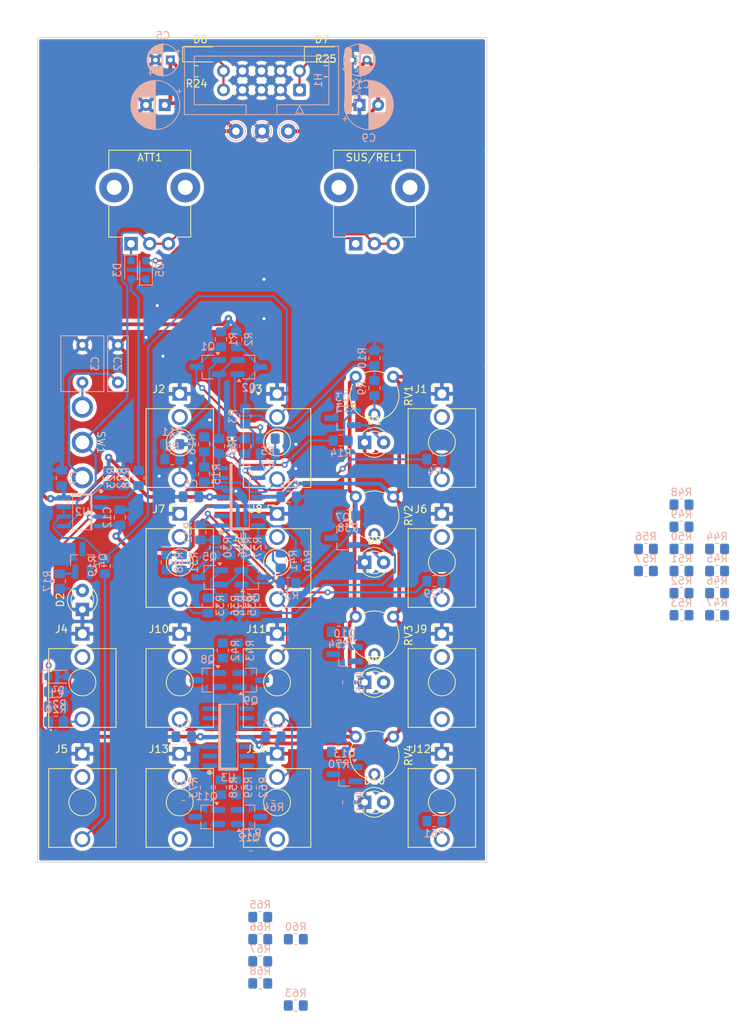
<source format=kicad_pcb>
(kicad_pcb (version 20240108) (generator "pcbnew") (generator_version "8.0")
  (title_block (date "2024-12-01"))
  (layers (0 "F.Cu" signal) (31 "B.Cu" signal) (34 "B.Paste" user) (35 "F.Paste" user) (36 "B.SilkS" user "B.Silkscreen") (37 "F.SilkS" user "F.Silkscreen") (38 "B.Mask" user) (39 "F.Mask" user) (44 "Edge.Cuts" user))
  (net 0 "")
  (net 1 "+12V")
  (net 2 "GNDREF")
  (net 3 "-12V")
  (net 4 "Net-(D3-K)")
  (net 5 "Net-(SW1-B)")
  (net 6 "Net-(D2-A)")
  (net 7 "Net-(D4-K)")
  (net 8 "Net-(J1-PadT)")
  (net 9 "Net-(D1-A)")
  (net 10 "Net-(J2-PadT)")
  (net 11 "Net-(C1-Pad1)")
  (net 12 "Net-(SW1-C)")
  (net 13 "Net-(Q1-E)")
  (net 14 "Net-(Q1-B)")
  (net 15 "Net-(Q1-C)")
  (net 16 "Net-(Q3-C)")
  (net 17 "Net-(Q3-B)")
  (net 18 "Net-(SW1-A)")
  (net 19 "Net-(D3-A)")
  (net 20 "Net-(U1A-+)")
  (net 21 "Net-(D5-A)")
  (net 22 "Net-(D6-K)")
  (net 23 "Net-(D6-A)")
  (net 24 "Net-(D7-A)")
  (net 25 "Net-(D7-K)")
  (net 28 "Net-(D8-A)")
  (net 29 "Net-(D9-A)")
  (net 30 "Net-(D10-A)")
  (net 31 "/vca-1/VCA_CV_OUT")
  (net 32 "/Envelope Generator/EG_OUT")
  (net 34 "Net-(U1A--)")
  (net 35 "Net-(U1B--)")
  (net 36 "Net-(J5-PadT)")
  (net 39 "Net-(J6-PadT)")
  (net 40 "Net-(J7-PadT)")
  (net 42 "/vca-2/VCA_CV_OUT")
  (net 44 "Net-(J9-PadT)")
  (net 46 "Net-(J10-PadT)")
  (net 47 "/vca-3/VCA_CV_OUT")
  (net 49 "Net-(J12-PadT)")
  (net 50 "Net-(J13-PadT)")
  (net 52 "/vca-4/VCA_CV_OUT")
  (net 53 "Net-(Q2-B)")
  (net 54 "Net-(Q2-C)")
  (net 55 "Net-(Q4-E)")
  (net 56 "Net-(Q5-C)")
  (net 57 "Net-(Q5-E)")
  (net 58 "Net-(Q5-B)")
  (net 59 "Net-(Q6-C)")
  (net 60 "Net-(Q6-B)")
  (net 61 "Net-(Q7-C)")
  (net 62 "Net-(Q7-B)")
  (net 63 "Net-(Q8-C)")
  (net 64 "Net-(Q8-B)")
  (net 65 "Net-(Q8-E)")
  (net 66 "Net-(Q9-B)")
  (net 67 "Net-(Q9-C)")
  (net 68 "Net-(Q10-C)")
  (net 69 "Net-(Q10-B)")
  (net 70 "Net-(Q11-C)")
  (net 71 "Net-(Q11-B)")
  (net 72 "Net-(Q11-E)")
  (net 73 "Net-(Q12-B)")
  (net 74 "Net-(Q12-C)")
  (net 75 "Net-(Q13-C)")
  (net 76 "Net-(Q13-B)")
  (net 77 "Net-(R4-Pad1)")
  (net 78 "Net-(R9-Pad2)")
  (net 79 "Net-(R12-Pad1)")
  (net 80 "Net-(R18-Pad2)")
  (net 81 "Net-(U2A--)")
  (net 82 "Net-(U1C-+)")
  (net 83 "Net-(R29-Pad1)")
  (net 84 "Net-(U1D--)")
  (net 85 "Net-(R34-Pad2)")
  (net 86 "Net-(R37-Pad1)")
  (net 87 "Net-(U1C--)")
  (net 88 "Net-(U3C-+)")
  (net 89 "Net-(R45-Pad1)")
  (net 90 "Net-(R50-Pad2)")
  (net 91 "Net-(R53-Pad1)")
  (net 92 "Net-(R61-Pad1)")
  (net 93 "Net-(R66-Pad2)")
  (net 94 "Net-(R69-Pad1)")
  (net 95 "Net-(U3C--)")
  (net 96 "Net-(U3D--)")
  (net 97 "Net-(U3D-+)")
  (net 98 "Net-(U3B--)")
  (net 99 "Net-(U3A--)")
  (footprint "Diode_SMD:D_SOD-123" (layer "F.Cu") (at 138 102.25)
    (property "Reference" "D7")
    (property "Value" "1N5819")
  )
  (footprint "Potentiometer_THT:Potentiometer_Piher_PT-6-V_Vertical" (layer "F.Cu") (at 142.5 145.25 -90)
    (property "Reference" "RV1")
    (property "Value" "100K")
  )
  (footprint "LED_THT:LED_D3.0mm" (layer "F.Cu") (at 106 176.275 90)
    (property "Reference" "D2")
    (property "Value" "LED")
  )
  (footprint "Diode_SMD:D_SOD-123" (layer "F.Cu") (at 121.75 102.25)
    (property "Reference" "D6")
    (property "Value" "1N5819")
  )
  (footprint "Synth:Jack_3.5mm_QingPu_WQP-PJ398SM_Vertical_CircularHoles" (layer "F.Cu") (at 119 170)
    (property "Reference" "J7")
    (property "Value" "INPUT")
  )
  (footprint "Synth:LED_D3.0mm" (layer "F.Cu") (at 145 170)
    (property "Reference" "D8")
    (property "Value" "LED")
  )
  (footprint "Synth:Jack_3.5mm_QingPu_WQP-PJ398SM_Vertical_CircularHoles" (layer "F.Cu") (at 154 154)
    (property "Reference" "J1")
    (property "Value" "OUTPUT")
  )
  (footprint "Synth:Jack_3.5mm_QingPu_WQP-PJ398SM_Vertical_CircularHoles" (layer "F.Cu") (at 119 202)
    (property "Reference" "J13")
    (property "Value" "INPUT")
  )
  (footprint "Synth:Potentiometer_TT_P0915N" (layer "F.Cu") (at 115 120)
    (property "Reference" "ATT1")
    (property "Value" "A1M")
  )
  (footprint "Synth:Jack_3.5mm_QingPu_WQP-PJ398SM_Vertical_CircularHoles" (layer "F.Cu") (at 119 186)
    (property "Reference" "J10")
    (property "Value" "INPUT")
  )
  (footprint "Synth:Jack_3.5mm_QingPu_WQP-PJ398SM_Vertical_CircularHoles" (layer "F.Cu") (at 132 202)
    (property "Reference" "J14")
    (property "Value" "INPUT")
  )
  (footprint "Synth:Potentiometer_TT_P0915N" (layer "F.Cu") (at 145 120)
    (property "Reference" "SUS/REL1")
    (property "Value" "A1M")
  )
  (footprint "Synth:Jack_3.5mm_QingPu_WQP-PJ398SM_Vertical_CircularHoles" (layer "F.Cu") (at 106 202)
    (property "Reference" "J5")
    (property "Value" "OUTPUT")
  )
  (footprint "Synth:Jack_3.5mm_QingPu_WQP-PJ398SM_Vertical_CircularHoles" (layer "F.Cu") (at 154 170)
    (property "Reference" "J6")
    (property "Value" "OUTPUT")
  )
  (footprint "Synth:Jack_3.5mm_QingPu_WQP-PJ398SM_Vertical_CircularHoles" (layer "F.Cu") (at 132 154)
    (property "Reference" "J3")
    (property "Value" "INPUT")
  )
  (footprint "Synth:Jack_3.5mm_QingPu_WQP-PJ398SM_Vertical_CircularHoles" (layer "F.Cu") (at 132 170)
    (property "Reference" "J8")
    (property "Value" "INPUT")
  )
  (footprint "Synth:SW_default" (layer "F.Cu") (at 106 154 -90)
    (property "Reference" "SW1")
    (property "Value" "SW_SPDT")
  )
  (footprint "Resistor_SMD:R_0805_2012Metric_Pad1.20x1.40mm_HandSolder" (layer "F.Cu") (at 138.5 104.5)
    (property "Reference" "R25")
    (property "Value" "10R")
  )
  (footprint "Synth:Jack_3.5mm_QingPu_WQP-PJ398SM_Vertical_CircularHoles" (layer "F.Cu") (at 132 186)
    (property "Reference" "J11")
    (property "Value" "INPUT")
  )
  (footprint "Synth:Jack_3.5mm_QingPu_WQP-PJ398SM_Vertical_CircularHoles" (layer "F.Cu") (at 154 202)
    (property "Reference" "J12")
    (property "Value" "OUTPUT")
  )
  (footprint "Synth:LED_D3.0mm" (layer "F.Cu") (at 145 154)
    (property "Reference" "D1")
    (property "Value" "LED")
  )
  (footprint "Potentiometer_THT:Potentiometer_Piher_PT-6-V_Vertical" (layer "F.Cu") (at 142.5 177.25 -90)
    (property "Reference" "RV3")
    (property "Value" "100K")
  )
  (footprint "Synth:Jack_3.5mm_QingPu_WQP-PJ398SM_Vertical_CircularHoles" (layer "F.Cu") (at 119 154)
    (property "Reference" "J2")
    (property "Value" "INPUT")
  )
  (footprint "Synth:LED_D3.0mm" (layer "F.Cu") (at 145 202)
    (property "Reference" "D10")
    (property "Value" "LED")
  )
  (footprint "Synth:LED_D3.0mm" (layer "F.Cu") (at 145 186)
    (property "Reference" "D9")
    (property "Value" "LED")
  )
  (footprint "Synth:Jack_3.5mm_QingPu_WQP-PJ398SM_Vertical_CircularHoles" (layer "F.Cu") (at 106 186)
    (property "Reference" "J4")
    (property "Value" "INPUT")
  )
  (footprint "Synth:Jack_3.5mm_QingPu_WQP-PJ398SM_Vertical_CircularHoles" (layer "F.Cu") (at 154 186)
    (property "Reference" "J9")
    (property "Value" "OUTPUT")
  )
  (footprint "Potentiometer_THT:Potentiometer_Piher_PT-6-V_Vertical" (layer "F.Cu") (at 142.5 193.25 -90)
    (property "Reference" "RV4")
    (property "Value" "100K")
  )
  (footprint "Potentiometer_THT:Potentiometer_Piher_PT-6-V_Vertical" (layer "F.Cu") (at 142.5 161.25 -90)
    (property "Reference" "RV2")
    (property "Value" "100K")
  )
  (footprint "Resistor_SMD:R_0805_2012Metric_Pad1.20x1.40mm_HandSolder" (layer "F.Cu") (at 121.25 104.5 180)
    (property "Reference" "R24")
    (property "Value" "10R")
  )
  (footprint "Package_TO_SOT_SMD:SOT-23_Handsoldering" (layer "B.Cu") (at 122.75 185.7 180)
    (property "Reference" "Q8")
    (property "Value" "BC848")
  )
  (footprint "Resistor_SMD:R_0805_2012Metric_Pad1.20x1.40mm_HandSolder" (layer "B.Cu") (at 126.55 140.25 90)
    (property "Reference" "R2")
    (property "Value" "20K 1%")
  )
  (footprint "Resistor_SMD:R_0805_2012Metric_Pad1.20x1.40mm_HandSolder" (layer "B.Cu") (at 118 154.25 180)
    (property "Reference" "R11")
    (property "Value" "100R")
  )
  (footprint "Resistor_SMD:R_0805_2012Metric_Pad1.20x1.40mm_HandSolder" (layer "B.Cu") (at 130.75 155.5)
    (property "Reference" "R7")
    (property "Value" "100K 1%")
  )
  (footprint "Resistor_SMD:R_0805_2012Metric_Pad1.20x1.40mm_HandSolder" (layer "B.Cu") (at 186 165.25 180)
    (property "Reference" "R49")
    (property "Value" "100K")
  )
  (footprint "Resistor_SMD:R_0805_2012Metric_Pad1.20x1.40mm_HandSolder" (layer "B.Cu") (at 111.5 158.75 -90)
    (property "Reference" "R23")
    (property "Value" "33K")
  )
  (footprint "Connector_Pin:Pin_D1.0mm_L10.0mm" (layer "B.Cu") (at 130 112.5 -90)
    (property "Reference" "TP2" (hide yes))
    (property "Value" "GND")
  )
  (footprint "Resistor_SMD:R_0805_2012Metric_Pad1.20x1.40mm_HandSolder" (layer "B.Cu") (at 126.75 181.75 90)
    (property "Reference" "R43")
    (property "Value" "20K 1%")
  )
  (footprint "Resistor_SMD:R_0805_2012Metric_Pad1.20x1.40mm_HandSolder" (layer "B.Cu") (at 129.75 217.3 180)
    (property "Reference" "R65")
    (property "Value" "100K")
  )
  (footprint "Synth:C_RECT_WIMA_0.1uF" (layer "B.Cu") (at 110.75 146 90)
    (property "Reference" "C2")
    (property "Value" "1uF")
  )
  (footprint "Resistor_SMD:R_0805_2012Metric_Pad1.20x1.40mm_HandSolder" (layer "B.Cu") (at 124.75 181.75 90)
    (property "Reference" "R42")
    (property "Value" "20K 1%")
  )
  (footprint "Resistor_SMD:R_0805_2012Metric_Pad1.20x1.40mm_HandSolder" (layer "B.Cu") (at 113.5 158.75 -90)
    (property "Reference" "R18")
    (property "Value" "100R")
  )
  (footprint "Resistor_SMD:R_0805_2012Metric_Pad1.20x1.40mm_HandSolder" (layer "B.Cu") (at 186 162.3 180)
    (property "Reference" "R48")
    (property "Value" "100K 1%")
  )
  (footprint "Capacitor_SMD:C_0805_2012Metric_Pad1.18x1.45mm_HandSolder" (layer "B.Cu") (at 133.525 161.25 180)
    (property "Reference" "C11")
    (property "Value" "0.1uF")
  )
  (footprint "Resistor_SMD:R_0805_2012Metric_Pad1.20x1.40mm_HandSolder" (layer "B.Cu") (at 129.75 223.2 180)
    (property "Reference" "R67")
    (property "Value" "100")
  )
  (footprint "Connector_Pin:Pin_D1.0mm_L10.0mm" (layer "B.Cu") (at 133.5 112.5 -90)
    (property "Reference" "TP3" (hide yes))
    (property "Value" "-12V")
  )
  (footprint "Package_TO_SOT_SMD:SOT-23_Handsoldering" (layer "B.Cu") (at 140.75 166.75 180)
    (property "Reference" "Q7")
    (property "Value" "2N3904")
  )
  (footprint "Resistor_SMD:R_0805_2012Metric_Pad1.20x1.40mm_HandSolder" (layer "B.Cu") (at 122.5 200 -90)
    (property "Reference" "R73")
    (property "Value" "82K")
  )
  (footprint "Synth:SOIC-8" (layer "B.Cu") (at 106 163.25 180)
    (property "Reference" "U2")
    (property "Value" "TL072")
  )
  (footprint "Resistor_SMD:R_0805_2012Metric_Pad1.20x1.40mm_HandSolder" (layer "B.Cu") (at 128.5 200 90)
    (property "Reference" "R62")
    (property "Value" "10K 1%")
  )
  (footprint "Resistor_SMD:R_0805_2012Metric_Pad1.20x1.40mm_HandSolder" (layer "B.Cu") (at 119.5 201 180)
    (property "Reference" "R69")
    (property "Value" "10K")
  )
  (footprint "Resistor_SMD:R_0805_2012Metric_Pad1.20x1.40mm_HandSolder" (layer "B.Cu") (at 127.75 154.5 -90)
    (property "Reference" "R6")
    (property "Value" "100K 1%")
  )
  (footprint "Resistor_SMD:R_0805_2012Metric_Pad1.20x1.40mm_HandSolder" (layer "B.Cu") (at 141.5 186 90)
    (property "Reference" "R55")
    (property "Value" "1K")
  )
  (footprint "Resistor_SMD:R_0805_2012Metric_Pad1.20x1.40mm_HandSolder" (layer "B.Cu") (at 117.25 170 90)
    (property "Reference" "R28")
    (property "Value" "10K 1%")
  )
  (footprint "Resistor_SMD:R_0805_2012Metric_Pad1.20x1.40mm_HandSolder" (layer "B.Cu") (at 141.5 163.75)
    (property "Reference" "R38")
    (property "Value" "100K")
  )
  (footprint "Capacitor_SMD:C_0805_2012Metric_Pad1.18x1.45mm_HandSolder" (layer "B.Cu") (at 103.25 158.75 90)
    (property "Reference" "C7")
    (property "Value" "0.1uF")
  )
  (footprint "Resistor_SMD:R_0805_2012Metric_Pad1.20x1.40mm_HandSolder" (layer "B.Cu") (at 132.5 169.75 90)
    (property "Reference" "R41")
    (property "Value" "82K")
  )
  (footprint "Capacitor_THT:CP_Radial_D4.0mm_P2.00mm" (layer "B.Cu") (at 142 103)
    (property "Reference" "C10")
    (property "Value" "0.1uF")
  )
  (footprint "Package_TO_SOT_SMD:SOT-23_Handsoldering" (layer "B.Cu") (at 128.5 185.7)
    (property "Reference" "Q9")
    (property "Value" "BC848")
  )
  (footprint "Resistor_SMD:R_0805_2012Metric_Pad1.20x1.40mm_HandSolder" (layer "B.Cu") (at 153 204.5)
    (property "Reference" "R61")
    (property "Value" "1K")
  )
  (footprint "Resistor_SMD:R_0805_2012Metric_Pad1.20x1.40mm_HandSolder" (layer "B.Cu") (at 190.75 168.2 180)
    (property "Reference" "R44")
    (property "Value" "10K 1%")
  )
  (footprint "Resistor_SMD:R_0805_2012Metric_Pad1.20x1.40mm_HandSolder" (layer "B.Cu") (at 145 146.75 -90)
    (property "Reference" "R9")
    (property "Value" "100K")
  )
  (footprint "Capacitor_SMD:C_0805_2012Metric_Pad1.18x1.45mm_HandSolder" (layer "B.Cu") (at 119.5375 193.25 180)
    (property "Reference" "C8")
    (property "Value" "0.1uF")
  )
  (footprint "Resistor_SMD:R_0805_2012Metric_Pad1.20x1.40mm_HandSolder" (layer "B.Cu") (at 140.25 179.25)
    (property "Reference" "R54")
    (property "Value" "100K")
  )
  (footprint "Resistor_SMD:R_0805_2012Metric_Pad1.20x1.40mm_HandSolder" (layer "B.Cu") (at 122.75 175.75 90)
    (property "Reference" "R33")
    (property "Value" "100K")
  )
  (footprint "Capacitor_SMD:C_0805_2012Metric_Pad1.18x1.45mm_HandSolder" (layer "B.Cu") (at 102.5 189.25 180)
    (property "Reference" "C1")
    (property "Value" "10nF")
  )
  (footprint "Resistor_SMD:R_0805_2012Metric_Pad1.20x1.40mm_HandSolder" (layer "B.Cu") (at 130.75 153.5)
    (property "Reference" "R5")
    (property "Value" "10K 1%")
  )
  (footprint "Resistor_SMD:R_0805_2012Metric_Pad1.20x1.40mm_HandSolder" (layer "B.Cu") (at 123.75 168 90)
    (property "Reference" "R30")
    (property "Value" "10K 1%")
  )
  (footprint "Resistor_SMD:R_0805_2012Metric_Pad1.20x1.40mm_HandSolder" (layer "B.Cu") (at 124.5 200 90)
    (property "Reference" "R58")
    (property "Value" "20K 1%")
  )
  (footprint "Resistor_SMD:R_0805_2012Metric_Pad1.20x1.40mm_HandSolder" (layer "B.Cu") (at 140.5 153.75)
    (property "Reference" "R14")
    (property "Value" "1K")
  )
  (footprint "Capacitor_SMD:C_0805_2012Metric_Pad1.18x1.45mm_HandSolder" (layer "B.Cu") (at 111 164 -90)
    (property "Reference" "C12")
    (property "Value" "0.1uF")
  )
  (footprint "Package_TO_SOT_SMD:SOT-23_Handsoldering" (layer "B.Cu") (at 106 169.75 90)
    (property "Reference" "Q4")
    (property "Value" "BC848")
  )
  (footprint "Resistor_SMD:R_0805_2012Metric_Pad1.20x1.40mm_HandSolder" (layer "B.Cu") (at 126.5 200 90)
    (property "Reference" "R59")
    (property "Value" "20K 1%")
  )
  (footprint "Resistor_SMD:R_0805_2012Metric_Pad1.20x1.40mm_HandSolder" (layer "B.Cu") (at 133.5 172.75)
    (property "Reference" "R39")
    (property "Value" "1K")
  )
  (footprint "Resistor_SMD:R_0805_2012Metric_Pad1.20x1.40mm_HandSolder" (layer "B.Cu") (at 127.75 150.5 -90)
    (property "Reference" "R3")
    (property "Value" "10K 1%")
  )
  (footprint "Resistor_SMD:R_0805_2012Metric_Pad1.20x1.40mm_HandSolder" (layer "B.Cu") (at 140.25 195.25)
    (property "Reference" "R70")
    (property "Value" "100K")
  )
  (footprint "Resistor_SMD:R_0805_2012Metric_Pad1.20x1.40mm_HandSolder" (layer "B.Cu") (at 186 171.15 180)
    (property "Reference" "R51")
    (property "Value" "100")
  )
  (footprint "Resistor_SMD:R_0805_2012Metric_Pad1.20x1.40mm_HandSolder" (layer "B.Cu") (at 181.25 168.2 180)
    (property "Reference" "R56")
    (property "Value" "100K")
  )
  (footprint "Resistor_SMD:R_0805_2012Metric_Pad1.20x1.40mm_HandSolder" (layer "B.Cu") (at 127.75 168 90)
    (property "Reference" "R27")
    (property "Value" "20K 1%")
  )
  (footprint "Resistor_SMD:R_0805_2012Metric_Pad1.20x1.40mm_HandSolder" (layer "B.Cu") (at 109 170.5 -90)
    (property "Reference" "R19")
    (property "Value" "1K")
  )
  (footprint "Capacitor_THT:CP_Radial_D6.3mm_P2.50mm" (layer "B.Cu") (at 117 109 180)
    (property "Reference" "C4")
    (property "Value" "47uF")
  )
  (footprint "Resistor_SMD:R_0805_2012Metric_Pad1.20x1.40mm_HandSolder" (layer "B.Cu") (at 122.25 158.25 90)
    (property "Reference" "R15")
    (property "Value" "100K")
  )
  (footprint "Resistor_SMD:R_0805_2012Metric_Pad1.20x1.40mm_HandSolder" (layer "B.Cu") (at 124.75 175.75 90)
    (property "Reference" "R36")
    (property "Value" "100R")
  )
  (footprint "Resistor_SMD:R_0805_2012Metric_Pad1.20x1.40mm_HandSolder" (layer "B.Cu") (at 128.5 207.75 180)
    (property "Reference" "R72")
    (property "Value" "100K")
  )
  (footprint "Package_TO_SOT_SMD:SOT-23_Handsoldering" (layer "B.Cu") (at 141 182.25 180)
    (property "Reference" "Q10")
    (property "Value" "2N3904")
  )
  (footprint "Resistor_SMD:R_0805_2012Metric_Pad1.20x1.40mm_HandSolder" (layer "B.Cu") (at 131.5 201)
    (property "Reference" "R64")
    (property "Value" "100K 1%")
  )
  (footprint "Resistor_SMD:R_0805_2012Metric_Pad1.20x1.40mm_HandSolder" (layer "B.Cu") (at 190.75 171.15 180)
    (property "Reference" "R45")
    (property "Value" "1K")
  )
  (footprint "Capacitor_THT:CP_Radial_D4.0mm_P2.00mm" (layer "B.Cu") (at 117.75 103 180)
    (property "Reference" "C5")
    (property "Value" "0.1uF")
  )
  (footprint "Package_TO_SOT_SMD:SOT-23_Handsoldering" (layer "B.Cu") (at 128.75 172)
    (property "Reference" "Q6")
    (property "Value" "BC848")
  )
  (footprint "Resistor_SMD:R_0805_2012Metric_Pad1.20x1.40mm_HandSolder" (layer "B.Cu") (at 124.5 140.25 90)
    (property "Reference" "R1")
    (property "Value" "20K 1%")
  )
  (footprint "Synth:C_RECT_MKT_1uF" (layer "B.Cu") (at 106 146 90)
    (property "Reference" "C3")
    (property "Value" "10uF")
  )
  (footprint "Resistor_SMD:R_0805_2012Metric_Pad1.20x1.40mm_HandSolder" (layer "B.Cu") (at 145 142.75 -90)
    (property "Reference" "R10")
    (property "Value" "100")
  )
  (footprint "Resistor_SMD:R_0805_2012Metric_Pad1.20x1.40mm_HandSolder" (layer "B.Cu") (at 109.5 158.75 90)
    (property "Reference" "R22")
    (property "Value" "100K")
  )
  (footprint "Resistor_SMD:R_0805_2012Metric_Pad1.20x1.40mm_HandSolder" (layer "B.Cu") (at 190.75 177.05 180)
    (property "Reference" "R47")
    (property "Value" "100K 1%")
  )
  (footprint "Resistor_SMD:R_0805_2012Metric_Pad1.20x1.40mm_HandSolder" (layer "B.Cu") (at 134.5 220.25 180)
    (property "Reference" "R60")
    (property "Value" "10K 1%")
  )
  (footprint "Resistor_SMD:R_0805_2012Metric_Pad1.20x1.40mm_HandSolder" (layer "B.Cu") (at 190.75 174.1 180)
    (property "Reference" "R46")
    (property "Value" "10K 1%")
  )
  (footprint "Resistor_SMD:R_0805_2012Metric_Pad1.20x1.40mm_HandSolder" (layer "B.Cu") (at 186 177.05 180)
    (property "Reference" "R53")
    (property "Value" "10K")
  )
  (footprint "Synth:SOIC-14" (layer "B.Cu") (at 127 161.27)
    (property "Reference" "U1")
    (property "Value" "TL074")
  )
  (footprint "Resistor_SMD:R_0805_2012Metric_Pad1.20x1.40mm_HandSolder" (layer "B.Cu") (at 125.75 168 90)
    (property "Reference" "R26")
    (property "Value" "20K 1%")
  )
  (footprint "Resistor_SMD:R_0805_2012Metric_Pad1.20x1.40mm_HandSolder" (layer "B.Cu") (at 122.25 154.25 -90)
    (property "Reference" "R16")
    (property "Value" "82K")
  )
  (footprint "Resistor_SMD:R_0805_2012Metric_Pad1.20x1.40mm_HandSolder" (layer "B.Cu") (at 181.25 171.15 180)
    (property "Reference" "R57")
    (property "Value" "82K")
  )
  (footprint "Package_TO_SOT_SMD:SOT-23_Handsoldering" (layer "B.Cu") (at 128.25 203.95)
    (property "Reference" "Q12")
    (property "Value" "BC848")
  )
  (footprint "Connector_Pin:Pin_D1.0mm_L10.0mm" (layer "B.Cu") (at 126.5 112.5 -90)
    (property "Reference" "TP1" (hide yes))
    (property "Value" "+12V")
  )
  (footprint "Resistor_SMD:R_0805_2012Metric_Pad1.20x1.40mm_HandSolder" (layer "B.Cu") (at 141.5 202 90)
    (property "Reference" "R71")
    (property "Value" "1K")
  )
  (footprint "Capacitor_THT:CP_Radial_D6.3mm_P2.50mm" (layer "B.Cu") (at 143 109)
    (property "Reference" "C9")
    (property "Value" "47uF")
  )
  (footprint "Resistor_SMD:R_0805_2012Metric_Pad1.20x1.40mm_HandSolder" (layer "B.Cu") (at 129 175.75 -90)
    (property "Reference" "R34")
    (property "Value" "100K")
  )
  (footprint "Resistor_SMD:R_0805_2012Metric_Pad1.20x1.40mm_HandSolder" (layer "B.Cu") (at 134.5 169.75 90)
    (property "Reference" "R40")
    (property "Value" "100K")
  )
  (footprint "Resistor_SMD:R_0805_2012Metric_Pad1.20x1.40mm_HandSolder" (layer "B.Cu") (at 186 174.1 180)
    (property "Reference" "R52")
    (property "Value" "100R")
  )
  (footprint "Package_TO_SOT_SMD:SOT-23_Handsoldering" (layer "B.Cu") (at 140.75 150.75 180)
    (property "Reference" "Q3")
    (property "Value" "2N3904")
  )
  (footprint "Resistor_SMD:R_0805_2012Metric_Pad1.20x1.40mm_HandSolder" (layer "B.Cu") (at 141.25 147.75)
    (property "Reference" "R13")
    (property "Value" "100K")
  )
  (footprint "Synth:SOIC-14" (layer "B.Cu") (at 125.475 193.31)
    (property "Reference" "U3")
    (property "Value" "TL074")
  )
  (footprint "Capacitor_SMD:C_0805_2012Metric_Pad1.18x1.45mm_HandSolder" (layer "B.Cu") (at 131.5 193.25 180)
    (property "Reference" "C13")
    (property "Value" "0.1uF")
  )
  (footprint "Resistor_SMD:R_0805_2012Metric_Pad1.20x1.40mm_HandSolder" (layer "B.Cu") (at 103 172.5 -90)
    (property "Reference" "R17")
    (property "Value" "470R")
  )
  (footprint "Resistor_SMD:R_0805_2012Metric_Pad1.20x1.40mm_HandSolder" (layer "B.Cu") (at 129.75 168 -90)
    (property "Reference" "R37")
    (property "Value" "10K")
  )
  (footprint "Resistor_SMD:R_0805_2012Metric_Pad1.20x1.40mm_HandSolder" (layer "B.Cu") (at 134.5 229.1 180)
    (property "Reference" "R63")
    (property "Value" "100K 1%")
  )
  (footprint "Resistor_SMD:R_0805_2012Metric_Pad1.20x1.40mm_HandSolder" (layer "B.Cu") (at 129.75 220.25 180)
    (property "Reference" "R66")
    (property "Value" "100K")
  )
  (footprint "Resistor_SMD:R_0805_2012Metric_Pad1.20x1.40mm_HandSolder" (layer "B.Cu") (at 153 156.25)
    (property "Reference" "R4")
    (property "Value" "1K")
  )
  (footprint "Resistor_SMD:R_0805_2012Metric_Pad1.20x1.40mm_HandSolder" (layer "B.Cu") (at 186 168.2 180)
    (property "Reference" "R50")
    (property "Value" "100K")
  )
  (footprint "Package_TO_SOT_SMD:SOT-23_Handsoldering" (layer "B.Cu") (at 123 172 180)
    (property "Reference" "Q5")
    (property "Value" "BC848")
  )
  (footprint "Package_TO_SOT_SMD:SOT-23_Handsoldering" (layer "B.Cu") (at 122.6 203.95 180)
    (property "Reference" "Q11")
    (property "Value" "BC848")
  )
  (footprint "Synth:IDC-Header_2x05_P2.54mm_Vertical" (layer "B.Cu") (at 135 107 90)
    (property "Reference" "H1")
    (property "Value" "Conn_02x05_PWR_Eurorack")
  )
  (footprint "Package_TO_SOT_SMD:SOT-23_Handsoldering" (layer "B.Cu") (at 141 198.25 180)
    (property "Reference" "Q13")
    (property "Value" "2N3904")
  )
  (footprint "Resistor_SMD:R_0805_2012Metric_Pad1.20x1.40mm_HandSolder" (layer "B.Cu") (at 127 175.75 90)
    (property "Reference" "R35")
    (property "Value" "100")
  )
  (footprint "Resistor_SMD:R_0805_2012Metric_Pad1.20x1.40mm_HandSolder" (layer "B.Cu") (at 121.75 166 -90)
    (property "Reference" "R32")
    (property "Value" "100K 1%")
  )
  (footprint "Resistor_SMD:R_0805_2012Metric_Pad1.20x1.40mm_HandSolder" (layer "B.Cu") (at 102.47 187.25)
    (property "Reference" "R21")
    (property "Value" "39K")
  )
  (footprint "Resistor_SMD:R_0805_2012Metric_Pad1.20x1.40mm_HandSolder" (layer "B.Cu") (at 118 156.25 180)
    (property "Reference" "R8")
    (property "Value" "100K")
  )
  (footprint "Diode_SMD:D_SOD-323_HandSoldering" (layer "B.Cu") (at 102.665 185.25)
    (property "Reference" "D4")
    (property "Value" "1N4148WS")
  )
  (footprint "Resistor_SMD:R_0805_2012Metric_Pad1.20x1.40mm_HandSolder" (layer "B.Cu") (at 129.75 226.15 180)
    (property "Reference" "R68")
    (property "Value" "100R")
  )
  (footprint "Resistor_SMD:R_0805_2012Metric_Pad1.20x1.40mm_HandSolder" (layer "B.Cu") (at 153 172.5)
    (property "Reference" "R29")
    (property "Value" "1K")
  )
  (footprint "Diode_SMD:D_SOD-323_HandSoldering" (layer "B.Cu") (at 112.5 131 -90)
    (property "Reference" "D3")
    (property "Value" "1N4148WS")
  )
  (footprint "Diode_SMD:D_SOD-323_HandSoldering" (layer "B.Cu") (at 114.5 131 90)
    (property "Reference" "D5")
    (property "Value" "1N4148WS")
  )
  (footprint "Resistor_SMD:R_0805_2012Metric_Pad1.20x1.40mm_HandSolder" (layer "B.Cu") (at 119.25 170 90)
    (property "Reference" "R31")
    (property "Value" "100K 1%")
  )
  (footprint "Package_TO_SOT_SMD:SOT-23_Handsoldering" (layer "B.Cu") (at 128.25 143.95)
    (property "Reference" "Q2")
    (property "Value" "BC848")
  )
  (footprint "Capacitor_SMD:C_0805_2012Metric_Pad1.18x1.45mm_HandSolder" (layer "B.Cu") (at 120.5 161.25 180)
    (property "Reference" "C6")
    (property "Value" "0.1uF")
  )
  (footprint "Package_TO_SOT_SMD:SOT-23_Handsoldering" (layer "B.Cu") (at 122.75 143.95 180)
    (property "Reference" "Q1")
    (property "Value" "BC848")
  )
  (footprint "Resistor_SMD:R_0805_2012Metric_Pad1.20x1.40mm_HandSolder" (layer "B.Cu") (at 124.25 154.5 90)
    (property "Reference" "R12")
    (property "Value" "10K")
  )
  (footprint "Resistor_SMD:R_0805_2012Metric_Pad1.20x1.40mm_HandSolder" (layer "B.Cu") (at 102.47 191.25 180)
    (property "Reference" "R20")
    (property "Value" "100K")
  )
  (gr_rect (start 100 100) (end 160 210) (stroke (width 0.1)) (fill none) (layer "Edge.Cuts"))
  (segment (start 119.25 104.5) (end 117.75 103) (width 0.5) (layer "F.Cu") (net 1))
  (segment (start 142.5 161.25) (end 141.690001 160.440001) (width 0.5) (layer "F.Cu") (net 1))
  (segment (start 121.75 193.25) (end 142.5 193.25) (width 0.5) (layer "F.Cu") (net 1))
  (segment (start 100.5 135.25) (end 100.5 160.75) (width 0.5) (layer "F.Cu") (net 1))
  (segment (start 124.75 138.25) (end 125.5 137.5) (width 0.5) (layer "F.Cu") (net 1))
  (segment (start 117.75 108.25) (end 117 109) (width 0.5) (layer "F.Cu") (net 1))
  (segment (start 141.690001 160.440001) (end 141.690001 146.059999) (width 0.5) (layer "F.Cu") (net 1))
  (segment (start 142.34 161.41) (end 142.5 161.25) (width 0.5) (layer "F.Cu") (net 1))
  (segment (start 117.25 108.75) (end 122.75 108.75) (width 0.5) (layer "F.Cu") (net 1))
  (segment (start 109.5 157.851651) (end 109.5 156) (width 0.5) (layer "F.Cu") (net 1))
  (segment (start 103.5 138.25) (end 104.25 138.25) (width 0.5) (layer "F.Cu") (net 1))
  (segment (start 104.25 138.25) (end 124.75 138.25) (width 0.5) (layer "F.Cu") (net 1))
  (segment (start 114.77 161.27) (end 123 161.27) (width 0.5) (layer "F.Cu") (net 1))
  (segment (start 142.34 176.84) (end 142.34 161.41) (width 0.5) (layer "F.Cu") (net 1))
  (segment (start 142.5 177) (end 142.34 176.84) (width 0.5) (layer "F.Cu") (net 1))
  (segment (start 117 109) (end 117.25 108.75) (width 0.5) (layer "F.Cu") (net 1))
  (segment (start 141.690001 178.059999) (end 142.5 177.25) (width 0.5) (layer "F.Cu") (net 1))
  (segment (start 126.5 112.5) (end 105.75 112.5) (width 0.5) (layer "F.Cu") (net 1))
  (segment (start 100.5 192) (end 101.75 193.25) (width 0.5) (layer "F.Cu") (net 1))
  (segment (start 142.5 193.25) (end 141.690001 192.440001) (width 0.5) (layer "F.Cu") (net 1))
  (segment (start 100.5 160.75) (end 100.5 192) (width 0.5) (layer "F.Cu") (net 1))
  (segment (start 122.75 108.75) (end 126.5 112.5) (width 0.5) (layer "F.Cu") (net 1))
  (segment (start 105.851651 161.5) (end 109.5 157.851651) (width 0.5) (layer "F.Cu") (net 1))
  (segment (start 101.75 161.5) (end 105.851651 161.5) (width 0.5) (layer "F.Cu") (net 1))
  (segment (start 120.25 104.5) (end 119.25 104.5) (width 0.5) (layer "F.Cu") (net 1))
  (segment (start 101.75 193.25) (end 121.75 193.25) (width 0.5) (layer "F.Cu") (net 1))
  (segment (start 117.75 103) (end 117.75 108.25) (width 0.5) (layer "F.Cu") (net 1))
  (segment (start 101.25 161.5) (end 101.75 161.5) (width 0.5) (layer "F.Cu") (net 1))
  (segment (start 100.5 135.25) (end 103.5 138.25) (width 0.5) (layer "F.Cu") (net 1))
  (segment (start 142.5 177.25) (end 142.5 177) (width 0.5) (layer "F.Cu") (net 1))
  (segment (start 100.5 160.75) (end 101.25 161.5) (width 0.5) (layer "F.Cu") (net 1))
  (segment (start 105.75 112.5) (end 100.5 117.75) (width 0.5) (layer "F.Cu") (net 1))
  (segment (start 141.690001 192.440001) (end 141.690001 178.059999) (width 0.5) (layer "F.Cu") (net 1))
  (segment (start 141.690001 146.059999) (end 142.5 145.25) (width 0.5) (layer "F.Cu") (net 1))
  (segment (start 109.5 156) (end 114.77 161.27) (width 0.5) (layer "F.Cu") (net 1))
  (segment (start 100.5 117.75) (end 100.5 135.25) (width 0.5) (layer "F.Cu") (net 1))
  (via (at 121.75 193.25) (size 1) (drill 0.4) (layers "F.Cu" "B.Cu") (net 1))
  (via (at 125.5 137.5) (size 1) (drill 0.4) (layers "F.Cu" "B.Cu") (net 1))
  (via (at 123 161.27) (size 1) (drill 0.4) (layers "F.Cu" "B.Cu") (net 1))
  (via (at 101.75 161.5) (size 1) (drill 0.4) (layers "F.Cu" "B.Cu") (net 1))
  (via (at 109.5 156) (size 1) (drill 0.4) (layers "F.Cu" "B.Cu") (net 1))
  (segment (start 103.525 160.0625) (end 103.25 159.7875) (width 0.5) (layer "B.Cu") (net 1))
  (segment (start 126.55 139.25) (end 126.55 138.55) (width 0.5) (layer "B.Cu") (net 1))
  (segment (start 125.5 138.25) (end 124.5 139.25) (width 0.5) (layer "B.Cu") (net 1))
  (segment (start 123 161.27) (end 121.5575 161.27) (width 0.5) (layer "B.Cu") (net 1))
  (segment (start 101.75 161.5) (end 103.37 161.5) (width 0.5) (layer "B.Cu") (net 1))
  (segment (start 125.499999 161.27) (end 124.525 161.27) (width 0.5) (layer "B.Cu") (net 1))
  (segment (start 124.525 161.27) (end 123 161.27) (width 0.5) (layer "B.Cu") (net 1))
  (segment (start 109.5 156) (end 109.5 157.75) (width 0.5) (layer "B.Cu") (net 1))
  (segment (start 126.55 138.55) (end 125.5 137.5) (width 0.5) (layer "B.Cu") (net 1))
  (segment (start 127.75 166.25) (end 126.75 165.25) (width 0.5) (layer "B.Cu") (net 1))
  (segment (start 125.5 137.5) (end 125.5 138.25) (width 0.5) (layer "B.Cu") (net 1))
  (segment (start 122.94 193.25) (end 123 193.31) (width 0.5) (layer "B.Cu") (net 1))
  (segment (start 103.525 161.345) (end 103.525 160.0625) (width 0.5) (layer "B.Cu") (net 1))
  (segment (start 142.5 163.75) (end 142.5 161.25) (width 0.5) (layer "B.Cu") (net 1))
  (segment (start 142.25 147.75) (end 142.25 145.5) (width 0.5) (layer "B.Cu") (net 1))
  (segment (start 125.75 167) (end 127.75 167) (width 0.5) (layer "B.Cu") (net 1))
  (segment (start 121.5575 161.27) (end 121.5375 161.25) (width 0.5) (layer "B.Cu") (net 1))
  (segment (start 142.25 145.5) (end 142.5 145.25) (width 0.5) (layer "B.Cu") (net 1))
  (segment (start 126.75 162.520001) (end 125.499999 161.27) (width 0.5) (layer "B.Cu") (net 1))
  (segment (start 121.75 193.25) (end 122.94 193.25) (width 0.5) (layer "B.Cu") (net 1))
  (segment (start 103.37 161.5) (end 103.525 161.345) (width 0.5) (layer "B.Cu") (net 1))
  (segment (start 127.75 167) (end 127.75 166.25) (width 0.5) (layer "B.Cu") (net 1))
  (segment (start 126.75 165.25) (end 126.75 162.520001) (width 0.5) (layer "B.Cu") (net 1))
  (via (at 126 153.5) (size 0.8) (drill 0.4) (layers "F.Cu" "B.Cu") (net 2))
  (via (at 114.5 140) (size 0.8) (drill 0.4) (layers "F.Cu" "B.Cu") (net 2))
  (via (at 116.25 158.5) (size 0.8) (drill 0.4) (layers "F.Cu" "B.Cu") (net 2))
  (via (at 116.75 142.5) (size 0.8) (drill 0.4) (layers "F.Cu" "B.Cu") (net 2))
  (via (at 120.5 156.75) (size 0.8) (drill 0.4) (layers "F.Cu" "B.Cu") (net 2))
  (via (at 123 151) (size 0.8) (drill 0.4) (layers "F.Cu" "B.Cu") (net 2))
  (via (at 130.25 137.5) (size 0.8) (drill 0.4) (layers "F.Cu" "B.Cu") (net 2))
  (via (at 126.5 160.5) (size 0.8) (drill 0.4) (layers "F.Cu" "B.Cu") (net 2))
  (via (at 116 135.75) (size 0.8) (drill 0.4) (layers "F.Cu" "B.Cu") (net 2))
  (via (at 129.5 147.5) (size 0.8) (drill 0.4) (layers "F.Cu" "B.Cu") (net 2))
  (via (at 130.25 132.25) (size 0.8) (drill 0.4) (layers "F.Cu" "B.Cu") (net 2))
  (via (at 134.5 154.25) (size 0.8) (drill 0.4) (layers "F.Cu" "B.Cu") (net 2))
  (via (at 134.5 157.5) (size 0.8) (drill 0.4) (layers "F.Cu" "B.Cu") (net 2))
  (segment (start 131.02 162.54) (end 132 163.52) (width 0.5) (layer "B.Cu") (net 2))
  (segment (start 129.475 162.54) (end 131.02 162.54) (width 0.5) (layer "B.Cu") (net 2))
  (segment (start 126.5 160.5) (end 125.025 160.5) (width 0.5) (layer "B.Cu") (net 2))
  (segment (start 125.025 160.5) (end 124.525 160) (width 0.5) (layer "B.Cu") (net 2))
  (segment (start 132 193.7875) (end 132.5375 193.25) (width 0.5) (layer "B.Cu") (net 2))
  (segment (start 132 195.52) (end 132 193.7875) (width 0.5) (layer "B.Cu") (net 2))
  (segment (start 148.309999 160.440001) (end 147.5 161.25) (width 0.5) (layer "F.Cu") (net 3))
  (segment (start 110.5 166.5) (end 112.25 168.25) (width 0.5) (layer "F.Cu") (net 3))
  (segment (start 145.5 104.5) (end 144 103) (width 0.5) (layer "F.Cu") (net 3))
  (segment (start 157.5 113.75) (end 143.25 113.75) (width 0.5) (layer "F.Cu") (net 3))
  (segment (start 147 193.25) (end 147.5 193.25) (width 0.5) (layer "F.Cu") (net 3))
  (segment (start 130.585 162.155) (end 131.968196 162.155) (width 0.5) (layer "F.Cu") (net 3))
  (segment (start 157.5 145.25) (end 159.5 143.25) (width 0.5) (layer "F.Cu") (net 3))
  (segment (start 133.5 112.5) (end 142 112.5) (width 0.5) (layer "F.Cu") (net 3))
  (segment (start 143.25 113.75) (end 142 112.5) (width 0.5) (layer "F.Cu") (net 3))
  (segment (start 131.968196 162.155) (end 134.430348 159.692848) (width 0.5) (layer "F.Cu") (net 3))
  (segment (start 145.5 109) (end 145.5 104.5) (width 0.5) (layer "F.Cu") (net 3))
  (segment (start 144 103) (end 142.5 104.5) (width 0.5) (layer "F.Cu") (net 3))
  (segment (start 159.5 115.75) (end 157.5 113.75) (width 0.5) (layer "F.Cu") (net 3))
  (segment (start 148.309999 192.440001) (end 147.5 193.25) (width 0.5) (layer "F.Cu") (net 3))
  (segment (start 114.5 168.25) (end 114.501475 168.248525) (width 0.5) (layer "F.Cu") (net 3))
  (segment (start 142 112.5) (end 145.5 109) (width 0.5) (layer "F.Cu") (net 3))
  (segment (start 148.309999 146.059999) (end 148.309999 160.440001) (width 0.5) (layer "F.Cu") (net 3))
  (segment (start 129.625 194.375) (end 129.845 194.155) (width 0.5) (layer "F.Cu") (net 3))
  (segment (start 120.75 167.75) (end 120.75 164.297918) (width 0.5) (layer "F.Cu") (net 3))
  (segment (start 142.5 104.5) (end 139.5 104.5) (width 0.5) (layer "F.Cu") (net 3))
  (segment (start 148.309999 162.059999) (end 148.309999 176.440001) (width 0.5) (layer "F.Cu") (net 3))
  (segment (start 141.62309 194.155) (end 141.97809 194.51) (width 0.5) (layer "F.Cu") (net 3))
  (segment (start 148.309999 178.059999) (end 148.309999 192.440001) (width 0.5) (layer "F.Cu") (net 3))
  (segment (start 147.5 145.25) (end 157.5 145.25) (width 0.5) (layer "F.Cu") (net 3))
  (segment (start 141.97809 194.51) (end 145.74 194.51) (width 0.5) (layer "F.Cu") (net 3))
  (segment (start 147.5 177.25) (end 148.309999 178.059999) (width 0.5) (layer "F.Cu") (net 3))
  (segment (start 129.845 194.155) (end 141.62309 194.155) (width 0.5) (layer "F.Cu") (net 3))
  (segment (start 147.5 161.25) (end 148.309999 162.059999) (width 0.5) (layer "F.Cu") (net 3))
  (segment (start 130.24 162.5) (end 130.585 162.155) (width 0.5) (layer "F.Cu") (net 3))
  (segment (start 148.309999 176.440001) (end 147.5 177.25) (width 0.5) (layer "F.Cu") (net 3))
  (segment (start 112.25 168.25) (end 114.5 168.25) (width 0.5) (layer "F.Cu") (net 3))
  (segment (start 145.74 194.51) (end 147 193.25) (width 0.5) (layer "F.Cu") (net 3))
  (segment (start 114.501475 168.248525) (end 120.251475 168.248525) (width 0.5) (layer "F.Cu") (net 3))
  (segment (start 120.251475 168.248525) (end 120.75 167.75) (width 0.5) (layer "F.Cu") (net 3))
  (segment (start 120.75 164.297918) (end 122.547918 162.5) (width 0.5) (layer "F.Cu") (net 3))
  (segment (start 147.5 145.25) (end 148.309999 146.059999) (width 0.5) (layer "F.Cu") (net 3))
  (segment (start 159.5 143.25) (end 159.5 115.75) (width 0.5) (layer "F.Cu") (net 3))
  (segment (start 122.547918 162.5) (end 130.24 162.5) (width 0.5) (layer "F.Cu") (net 3))
  (via (at 129.625 194.375) (size 1) (drill 0.4) (layers "F.Cu" "B.Cu") (net 3))
  (via (at 110.5 166.5) (size 1) (drill 0.4) (layers "F.Cu" "B.Cu") (net 3))
  (via (at 134.430348 159.692848) (size 1) (drill 0.4) (layers "F.Cu" "B.Cu") (net 3))
  (segment (start 129.625 194.375) (end 128.56 193.31) (width 0.5) (layer "B.Cu") (net 3))
  (segment (start 132.4875 161.25) (end 129.495 161.25) (width 0.5) (layer "B.Cu") (net 3))
  (segment (start 134.2375 159.5) (end 132.4875 161.25) (width 0.5) (layer "B.Cu") (net 3))
  (segment (start 108.5925 165.0375) (end 108.475 165.155) (width 0.5) (layer "B.Cu") (net 3))
  (segment (start 145.75 159.5) (end 134.2375 159.5) (width 0.5) (layer "B.Cu") (net 3))
  (segment (start 128.56 193.31) (end 127.95 193.31) (width 0.5) (layer "B.Cu") (net 3))
  (segment (start 147.5 161.25) (end 145.75 159.5) (width 0.5) (layer "B.Cu") (net 3))
  (segment (start 111 166) (end 111 165.0375) (width 0.5) (layer "B.Cu") (net 3))
  (segment (start 129.625 194.0875) (end 130.4625 193.25) (width 0.5) (layer "B.Cu") (net 3))
  (segment (start 129.625 194.375) (end 129.625 194.0875) (width 0.5) (layer "B.Cu") (net 3))
  (segment (start 110.5 166.5) (end 111 166) (width 0.5) (layer "B.Cu") (net 3))
  (segment (start 129.495 161.25) (end 129.475 161.27) (width 0.5) (layer "B.Cu") (net 3))
  (segment (start 134.2375 159.5) (end 134.430348 159.692848) (width 0.5) (layer "B.Cu") (net 3))
  (segment (start 111 165.0375) (end 108.5925 165.0375) (width 0.5) (layer "B.Cu") (net 3))
  (segment (start 112.5 129.75) (end 112.5 127.5) (width 0.3) (layer "B.Cu") (net 4))
  (segment (start 115 127.5) (end 117.5 127.5) (width 0.3) (layer "F.Cu") (net 5))
  (segment (start 118.75 126.25) (end 143.75 126.25) (width 0.3) (layer "F.Cu") (net 5))
  (segment (start 143.75 126.25) (end 145 127.5) (width 0.3) (layer "F.Cu") (net 5))
  (segment (start 117.5 127.5) (end 118.75 126.25) (width 0.3) (layer "F.Cu") (net 5))
  (segment (start 145 127.5) (end 147.5 127.5) (width 0.3) (layer "F.Cu") (net 5))
  (segment (start 107.775 155.775) (end 106 154) (width 0.3) (layer "B.Cu") (net 5))
  (segment (start 105.25 163.846262) (end 105.25 162) (width 0.3) (layer "B.Cu") (net 5))
  (segment (start 113.5 126) (end 115 127.5) (width 0.3) (layer "B.Cu") (net 5))
  (segment (start 103.941262 165.155) (end 105.25 163.846262) (width 0.3) (layer "B.Cu") (net 5))
  (segment (start 107.775 159.475) (end 107.775 155.775) (width 0.3) (layer "B.Cu") (net 5))
  (segment (start 111.25 132.355456) (end 111.25 126.25) (width 0.3) (layer "B.Cu") (net 5))
  (segment (start 103.525 165.155) (end 103.941262 165.155) (width 0.3) (layer "B.Cu") (net 5))
  (segment (start 111.25 126.25) (end 111.5 126) (width 0.3) (layer "B.Cu") (net 5))
  (segment (start 111.5 126) (end 113.5 126) (width 0.3) (layer "B.Cu") (net 5))
  (segment (start 111.994544 148.005456) (end 111.994544 133.1) (width 0.3) (layer "B.Cu") (net 5))
  (segment (start 106 154) (end 111.994544 148.005456) (width 0.3) (layer "B.Cu") (net 5))
  (segment (start 111.994544 133.1) (end 111.25 132.355456) (width 0.3) (layer "B.Cu") (net 5))
  (segment (start 105.25 162) (end 107.775 159.475) (width 0.3) (layer "B.Cu") (net 5))
  (segment (start 103 173.5) (end 105.765 173.5) (width 0.3) (layer "B.Cu") (net 6))
  (segment (start 105.765 173.5) (end 106 173.735) (width 0.3) (layer "B.Cu") (net 6))
  (segment (start 107 164) (end 101.5 169.5) (width 0.3) (layer "F.Cu") (net 7))
  (segment (start 101.5 169.5) (end 101.5 183.75) (width 0.3) (layer "F.Cu") (net 7))
  (via (at 107 164) (size 0.8) (drill 0.4) (layers "F.Cu" "B.Cu") (net 7))
  (via (at 101.5 183.75) (size 0.8) (drill 0.4) (layers "F.Cu" "B.Cu") (net 7))
  (segment (start 108.475 163.885) (end 107.115 163.885) (width 0.3) (layer "B.Cu") (net 7))
  (segment (start 107.115 163.885) (end 107 164) (width 0.3) (layer "B.Cu") (net 7))
  (segment (start 101.5 183.75) (end 101.5 185.165) (width 0.3) (layer "B.Cu") (net 7))
  (segment (start 101.415 185.25) (end 101.415 187.195) (width 0.3) (layer "B.Cu") (net 7))
  (segment (start 101.415 187.195) (end 101.47 187.25) (width 0.3) (layer "B.Cu") (net 7))
  (segment (start 101.4625 187.2575) (end 101.47 187.25) (width 0.3) (layer "B.Cu") (net 7))
  (segment (start 101.4625 189.25) (end 101.4625 187.2575) (width 0.3) (layer "B.Cu") (net 7))
  (segment (start 101.5 185.165) (end 101.415 185.25) (width 0.3) (layer "B.Cu") (net 7))
  (segment (start 154 156.25) (end 154 158.92) (width 0.3) (layer "B.Cu") (net 8))
  (segment (start 143.93 151.7) (end 146.23 154) (width 0.3) (layer "B.Cu") (net 9))
  (segment (start 142.25 151.7) (end 143.93 151.7) (width 0.3) (layer "B.Cu") (net 9))
  (segment (start 119 156.25) (end 119 158.92) (width 0.3) (layer "B.Cu") (net 10))
  (segment (start 103.5375 189.25) (end 103.5375 191.1825) (width 0.3) (layer "B.Cu") (net 11))
  (segment (start 103.5375 191.1825) (end 103.47 191.25) (width 0.3) (layer "B.Cu") (net 11))
  (segment (start 105.67 191.25) (end 106 190.92) (width 0.3) (layer "B.Cu") (net 11))
  (segment (start 103.47 191.25) (end 105.67 191.25) (width 0.3) (layer "B.Cu") (net 11))
  (segment (start 109.6 144.85) (end 104.9 144.85) (width 0.3) (layer "B.Cu") (net 12))
  (segment (start 110.75 146) (end 109.6 144.85) (width 0.3) (layer "B.Cu") (net 12))
  (segment (start 104.225 145.525) (end 104.225 156.925) (width 0.3) (layer "B.Cu") (net 12))
  (segment (start 104.225 156.925) (end 106 158.7) (width 0.3) (layer "B.Cu") (net 12))
  (segment (start 104.9 144.85) (end 104.225 145.525) (width 0.3) (layer "B.Cu") (net 12))
  (segment (start 124.25 153.5) (end 124.25 144.9) (width 0.3) (layer "B.Cu") (net 13))
  (segment (start 124.25 144.9) (end 126.15 143) (width 0.3) (layer "B.Cu") (net 13))
  (segment (start 126.15 143) (end 126.75 143) (width 0.3) (layer "B.Cu") (net 13))
  (segment (start 117 154.25) (end 119.215 152.035) (width 0.3) (layer "B.Cu") (net 14))
  (segment (start 122.95 148.8) (end 122.95 144.3) (width 0.3) (layer "B.Cu") (net 14))
  (segment (start 122.95 144.3) (end 124.25 143) (width 0.3) (layer "B.Cu") (net 14))
  (segment (start 119.215 152.035) (end 119.715 152.035) (width 0.3) (layer "B.Cu") (net 14))
  (segment (start 117 154.25) (end 117 156.25) (width 0.3) (layer "B.Cu") (net 14))
  (segment (start 119.715 152.035) (end 122.95 148.8) (width 0.3) (layer "B.Cu") (net 14))
  (segment (start 127.25 152) (end 129.75 152) (width 0.3) (layer "F.Cu") (net 15))
  (segment (start 122 146.75) (end 127.25 152) (width 0.3) (layer "F.Cu") (net 15))
  (via (at 122 146.75) (size 0.8) (drill 0.4) (layers "F.Cu" "B.Cu") (net 15))
  (via (at 129.75 152) (size 0.8) (drill 0.4) (layers "F.Cu" "B.Cu") (net 15))
  (segment (start 121.25 146) (end 122 146.75) (width 0.3) (layer "B.Cu") (net 15))
  (segment (start 121.25 143.95) (end 121.25 146) (width 0.3) (layer "B.Cu") (net 15))
  (segment (start 121.25 143.95) (end 123.95 141.25) (width 0.3) (layer "B.Cu") (net 15))
  (segment (start 123.95 141.25) (end 124.5 141.25) (width 0.3) (layer "B.Cu") (net 15))
  (segment (start 129.75 152) (end 129.75 153.5) (width 0.3) (layer "B.Cu") (net 15))
  (segment (start 140.25 147.75) (end 140.25 149.75) (width 0.3) (layer "B.Cu") (net 16))
  (segment (start 140.25 149.75) (end 139.25 150.75) (width 0.3) (layer "B.Cu") (net 16))
  (segment (start 140.95 153.2) (end 141.5 153.75) (width 0.3) (layer "B.Cu") (net 17))
  (segment (start 140.95 151.1) (end 140.95 153.2) (width 0.3) (layer "B.Cu") (net 17))
  (segment (start 142.25 149.8) (end 140.95 151.1) (width 0.3) (layer "B.Cu") (net 17))
  (segment (start 106 149.3) (end 106 146) (width 0.3) (layer "B.Cu") (net 18))
  (segment (start 112.5 133.75) (end 112.5 132.25) (width 0.3) (layer "B.Cu") (net 19))
  (segment (start 113.5 157.75) (end 113.5 134.75) (width 0.3) (layer "B.Cu") (net 19))
  (segment (start 114.5 132.25) (end 112.5 132.25) (width 0.3) (layer "B.Cu") (net 19))
  (segment (start 113.5 134.75) (end 112.5 133.75) (width 0.3) (layer "B.Cu") (net 19))
  (segment (start 117.25 169) (end 119.25 169) (width 0.3) (layer "B.Cu") (net 20))
  (segment (start 119.25 169) (end 120.415 167.835) (width 0.3) (layer "B.Cu") (net 20))
  (segment (start 122.46 162.54) (end 124.525 162.54) (width 0.3) (layer "B.Cu") (net 20))
  (segment (start 120.415 167.835) (end 120.415 164.585) (width 0.3) (layer "B.Cu") (net 20))
  (segment (start 120.415 164.585) (end 122.46 162.54) (width 0.3) (layer "B.Cu") (net 20))
  (segment (start 117.017767 129.75) (end 115.75 129.75) (width 0.3) (layer "F.Cu") (net 21))
  (segment (start 120.017767 126.75) (end 117.017767 129.75) (width 0.3) (layer "F.Cu") (net 21))
  (segment (start 142.5 127.5) (end 141.75 126.75) (width 0.3) (layer "F.Cu") (net 21))
  (segment (start 141.75 126.75) (end 120.017767 126.75) (width 0.3) (layer "F.Cu") (net 21))
  (via (at 115.75 129.75) (size 0.8) (drill 0.4) (layers "F.Cu" "B.Cu") (net 21))
  (segment (start 115.75 129.75) (end 114.5 129.75) (width 0.3) (layer "B.Cu") (net 21))
  (segment (start 120.1 102.25) (end 120.1 102.35) (width 0.3) (layer "F.Cu") (net 22))
  (segment (start 120.1 102.35) (end 122.25 104.5) (width 0.3) (layer "F.Cu") (net 22))
  (segment (start 124.84 103.69) (end 123.4 102.25) (width 0.3) (layer "F.Cu") (net 23))
  (segment (start 124.84 107) (end 124.84 104.46) (width 0.3) (layer "F.Cu") (net 23))
  (segment (start 124.84 104.46) (end 124.84 103.69) (width 0.3) (layer "F.Cu") (net 23))
  (segment (start 138 104) (end 138 103.9) (width 0.3) (layer "F.Cu") (net 24))
  (segment (start 137.5 104.5) (end 138 104) (width 0.3) (layer "F.Cu") (net 24))
  (segment (start 138 103.9) (end 139.65 102.25) (width 0.3) (layer "F.Cu") (net 24))
  (segment (start 136.35 103.11) (end 135 104.46) (width 0.3) (layer "F.Cu") (net 25))
  (segment (start 136.35 102.25) (end 136.35 103.11) (width 0.3) (layer "F.Cu") (net 25))
  (segment (start 135 104.46) (end 135 107) (width 0.3) (layer "F.Cu") (net 25))
  (segment (start 143.93 167.7) (end 146.23 170) (width 0.3) (layer "B.Cu") (net 28))
  (segment (start 142.25 167.7) (end 143.93 167.7) (width 0.3) (layer "B.Cu") (net 28))
  (segment (start 132 159.125908) (end 132 158.92) (width 0.25) (layer "B.Cu") (net 31))
  (segment (start 122.355 159.355) (end 127.179092 159.355) (width 0.25) (layer "B.Cu") (net 31))
  (segment (start 127.179092 159.355) (end 128.449092 160.625) (width 0.25) (layer "B.Cu") (net 31))
  (segment (start 128.449092 160.625) (end 130.500908 160.625) (width 0.25) (layer "B.Cu") (net 31))
  (segment (start 130.500908 160.625) (end 132 159.125908) (width 0.25) (layer "B.Cu") (net 31))
  (segment (start 122.25 159.25) (end 122.355 159.355) (width 0.25) (layer "B.Cu") (net 31))
  (segment (start 109 169.5) (end 114.75 163.75) (width 0.25) (layer "B.Cu") (net 32))
  (segment (start 103.144092 163.885) (end 102.225 164.804092) (width 0.25) (layer "B.Cu") (net 32))
  (segment (start 121.5 134.5) (end 131.5 134.5) (width 0.25) (layer "B.Cu") (net 32))
  (segment (start 103.525 162.615) (end 103.525 163.885) (width 0.25) (layer "B.Cu") (net 32))
  (segment (start 103.525 163.885) (end 103.144092 163.885) (width 0.25) (layer "B.Cu") (net 32))
  (segment (start 102.225 165.505908) (end 103.469092 166.75) (width 0.25) (layer "B.Cu") (net 32))
  (segment (start 106.25 166.75) (end 109 169.5) (width 0.25) (layer "B.Cu") (net 32))
  (segment (start 114.75 163.75) (end 114.75 141.25) (width 0.25) (layer "B.Cu") (net 32))
  (segment (start 108.7 169.5) (end 109 169.5) (width 0.25) (layer "B.Cu") (net 32))
  (segment (start 131.5 134.5) (end 133.29 136.29) (width 0.25) (layer "B.Cu") (net 32))
  (segment (start 114.75 141.25) (end 121.5 134.5) (width 0.25) (layer "B.Cu") (net 32))
  (segment (start 102.225 164.804092) (end 102.225 165.505908) (width 0.25) (layer "B.Cu") (net 32))
  (segment (start 133.29 149.33) (end 132 150.62) (width 0.25) (layer "B.Cu") (net 32))
  (segment (start 133.29 136.29) (end 133.29 149.33) (width 0.25) (layer "B.Cu") (net 32))
  (segment (start 103.469092 166.75) (end 106.25 166.75) (width 0.25) (layer "B.Cu") (net 32))
  (segment (start 106.95 171.25) (end 108.7 169.5) (width 0.25) (layer "B.Cu") (net 32))
  (segment (start 125.85 164.160001) (end 125.499999 163.81) (width 0.3) (layer "B.Cu") (net 34))
  (segment (start 125.02 165.73) (end 125.561262 165.73) (width 0.3) (layer "B.Cu") (net 34))
  (segment (start 121.75 167) (end 123.75 167) (width 0.3) (layer "B.Cu") (net 34))
  (segment (start 123.75 167) (end 125.02 165.73) (width 0.3) (layer "B.Cu") (net 34))
  (segment (start 125.499999 163.81) (end 124.525 163.81) (width 0.3) (layer "B.Cu") (net 34))
  (segment (start 125.561262 165.73) (end 125.85 165.441262) (width 0.3) (layer "B.Cu") (net 34))
  (segment (start 125.85 165.441262) (end 125.85 164.160001) (width 0.3) (layer "B.Cu") (net 34))
  (segment (start 122.25 157.25) (end 123.73 158.73) (width 0.3) (layer "B.Cu") (net 35))
  (segment (start 122.25 155.25) (end 122.25 157.25) (width 0.3) (layer "B.Cu") (net 35))
  (segment (start 123.73 158.73) (end 124.525 158.73) (width 0.3) (layer "B.Cu") (net 35))
  (segment (start 109 203.92) (end 106 206.92) (width 0.3) (layer "B.Cu") (net 36))
  (segment (start 109 171.5) (end 109 203.92) (width 0.3) (layer "B.Cu") (net 36))
  (segment (start 154 172.5) (end 154 174.92) (width 0.3) (layer "B.Cu") (net 39))
  (segment (start 120.83 176.75) (end 119 174.92) (width 0.3) (layer "B.Cu") (net 40))
  (segment (start 122.75 176.75) (end 120.83 176.75) (width 0.3) (layer "B.Cu") (net 40))
  (segment (start 132 174.92) (end 133.29 176.21) (width 0.25) (layer "F.Cu") (net 42))
  (segment (start 133.29 176.21) (end 133.29 181.33) (width 0.25) (layer "F.Cu") (net 42))
  (segment (start 133.29 181.33) (end 132 182.62) (width 0.25) (layer "F.Cu") (net 42))
  (segment (start 133.425 173.495) (end 132 174.92) (width 0.25) (layer "B.Cu") (net 42))
  (segment (start 133.425 171.825) (end 133.425 173.495) (width 0.25) (layer "B.Cu") (net 42))
  (segment (start 134.5 170.75) (end 133.425 171.825) (width 0.25) (layer "B.Cu") (net 42))
  (segment (start 134 191.75) (end 134 197.5) (width 0.25) (layer "B.Cu") (net 47))
  (segment (start 132.88 198.62) (end 132 198.62) (width 0.25) (layer "B.Cu") (net 47))
  (segment (start 133.17 190.92) (end 134 191.75) (width 0.25) (layer "B.Cu") (net 47))
  (segment (start 134 197.5) (end 132.88 198.62) (width 0.25) (layer "B.Cu") (net 47))
  (segment (start 132 190.92) (end 133.17 190.92) (width 0.25) (layer "B.Cu") (net 47))
  (segment (start 126.35 149.755456) (end 127.044544 150.45) (width 0.3) (layer "B.Cu") (net 53))
  (segment (start 126.35 145.3) (end 126.35 149.755456) (width 0.3) (layer "B.Cu") (net 53))
  (segment (start 126.75 144.9) (end 126.35 145.3) (width 0.3) (layer "B.Cu") (net 53))
  (segment (start 145 143.75) (end 145 145.75) (width 0.3) (layer "B.Cu") (net 53))
  (segment (start 129.828887 150.45) (end 131.413887 152.035) (width 0.3) (layer "B.Cu") (net 53))
  (segment (start 142.25 143.75) (end 145 143.75) (width 0.3) (layer "B.Cu") (net 53))
  (segment (start 133.965 152.035) (end 142.25 143.75) (width 0.3) (layer "B.Cu") (net 53))
  (segment (start 131.413887 152.035) (end 133.965 152.035) (width 0.3) (layer "B.Cu") (net 53))
  (segment (start 127.044544 150.45) (end 129.828887 150.45) (width 0.3) (layer "B.Cu") (net 53))
  (segment (start 127.75 145.95) (end 127.75 149.5) (width 0.3) (layer "B.Cu") (net 54))
  (segment (start 127.05 141.25) (end 126.55 141.25) (width 0.3) (layer "B.Cu") (net 54))
  (segment (start 129.75 143.95) (end 127.05 141.25) (width 0.3) (layer "B.Cu") (net 54))
  (segment (start 129.75 143.95) (end 127.75 145.95) (width 0.3) (layer "B.Cu") (net 54))
  (segment (start 104.8 171.5) (end 105.05 171.25) (width 0.3) (layer "B.Cu") (net 55))
  (segment (start 103 171.5) (end 104.8 171.5) (width 0.3) (layer "B.Cu") (net 55))
  (segment (start 123.75 169) (end 123.75 169.75) (width 0.3) (layer "B.Cu") (net 56))
  (segment (start 123.75 169) (end 125.75 169) (width 0.3) (layer "B.Cu") (net 56))
  (segment (start 123.75 169.75) (end 121.5 172) (width 0.3) (layer "B.Cu") (net 56))
  (segment (start 131.55 171.455456) (end 129.75 169.655456) (width 0.3) (layer "B.Cu") (net 57))
  (segment (start 131.233358 172.75) (end 131.55 172.433358) (width 0.3) (layer "B.Cu") (net 57))
  (segment (start 127.25 171.05) (end 128.95 172.75) (width 0.3) (layer "B.Cu") (net 57))
  (segment (start 129.75 169.655456) (end 129.75 169) (width 0.3) (layer "B.Cu") (net 57))
  (segment (start 131.55 172.433358) (end 131.55 171.455456) (width 0.3) (layer "B.Cu") (net 57))
  (segment (start 125.35 172.95) (end 124.5 172.95) (width 0.3) (layer "B.Cu") (net 57))
  (segment (start 128.95 172.75) (end 131.233358 172.75) (width 0.3) (layer "B.Cu") (net 57))
  (segment (start 127.25 171.05) (end 125.35 172.95) (width 0.3) (layer "B.Cu") (net 57))
  (segment (start 123.2 172.35) (end 124.5 171.05) (width 0.3) (layer "B.Cu") (net 58))
  (segment (start 123.2 173.45) (end 123.2 172.35) (width 0.3) (layer "B.Cu") (net 58))
  (segment (start 122.75 174.75) (end 124.75 174.75) (width 0.3) (layer "B.Cu") (net 58))
  (segment (start 124.75 174.75) (end 124.5 174.75) (width 0.3) (layer "B.Cu") (net 58))
  (segment (start 124.5 174.75) (end 123.2 173.45) (width 0.3) (layer "B.Cu") (net 58))
  (segment (start 118.2 170.05) (end 121.044544 170.05) (width 0.3) (layer "B.Cu") (net 59))
  (segment (start 121.044544 170.05) (end 123.094544 168) (width 0.3) (layer "B.Cu") (net 59))
  (segment (start 127.75 169.5) (end 130.25 172) (width 0.3) (layer "B.Cu") (net 59))
  (segment (start 127.75 169) (end 127.75 169.5) (width 0.3) (layer "B.Cu") (net 59))
  (segment (start 126.75 168) (end 127.75 169) (width 0.3) (layer "B.Cu") (net 59))
  (segment (start 123.094544 168) (end 126.75 168) (width 0.3) (layer "B.Cu") (net 59))
  (segment (start 117.25 171) (end 118.2 170.05) (width 0.3) (layer "B.Cu") (net 59))
  (segment (start 127.25 172.95) (end 127.25 174.5) (width 0.3) (layer "B.Cu") (net 60))
  (segment (start 127 174.75) (end 129 174.75) (width 0.3) (layer "B.Cu") (net 60))
  (segment (start 127.25 174.5) (end 127 174.75) (width 0.3) (layer "B.Cu") (net 60))
  (segment (start 140.5 165.5) (end 139.25 166.75) (width 0.3) (layer "B.Cu") (net 61))
  (segment (start 140.5 163.75) (end 140.5 165.5) (width 0.3) (layer "B.Cu") (net 61))
  (segment (start 142.25 165.8) (end 135.3 172.75) (width 0.3) (layer "B.Cu") (net 62))
  (segment (start 135.3 172.75) (end 134.5 172.75) (width 0.3) (layer "B.Cu") (net 62))
  (segment (start 130.335 160.335) (end 132.586113 160.335) (width 0.3) (layer "F.Cu") (net 77))
  (segment (start 132.586113 160.335) (end 134.421113 158.5) (width 0.3) (layer "F.Cu") (net 77))
  (segment (start 139.75 158.5) (end 140.75 157.5) (width 0.3) (layer "F.Cu") (net 77))
  (segment (start 127.75 157.75) (end 130.335 160.335) (width 0.3) (layer "F.Cu") (net 77))
  (segment (start 134.421113 158.5) (end 139.75 158.5) (width 0.3) (layer "F.Cu") (net 77))
  (via (at 140.75 157.5) (size 0.8) (drill 0.4) (layers "F.Cu" "B.Cu") (net 77))
  (via (at 127.75 157.75) (size 0.8) (drill 0.4) (layers "F.Cu" "B.Cu") (net 77))
  (segment (start 129.75 157.185) (end 129.475 157.46) (width 0.3) (layer "B.Cu") (net 77))
  (segment (start 128.04 157.46) (end 127.75 157.75) (width 0.3) (layer "B.Cu") (net 77))
  (segment (start 142 156.25) (end 152 156.25) (width 0.3) (layer "B.Cu") (net 77))
  (segment (start 129.475 157.46) (end 128.04 157.46) (width 0.3) (layer "B.Cu") (net 77))
  (segment (start 129.75 155.5) (end 129.75 157.185) (width 0.3) (layer "B.Cu") (net 77))
  (segment (start 140.75 157.5) (end 142 156.25) (width 0.3) (layer "B.Cu") (net 77))
  (segment (start 145 147.75) (end 145 150.25) (width 0.3) (layer "B.Cu") (net 78))
  (segment (start 133 157) (end 127.25 157) (width 0.3) (layer "F.Cu") (net 79))
  (segment (start 127.25 157) (end 126 155.75) (width 0.3) (layer "F.Cu") (net 79))
  (via (at 126 155.75) (size 0.8) (drill 0.4) (layers "F.Cu" "B.Cu") (net 79))
  (via (at 133 157) (size 0.8) (drill 0.4) (layers "F.Cu" "B.Cu") (net 79))
  (segment (start 124.25 155.5) (end 124.25 155.25) (width 0.3) (layer "B.Cu") (net 79))
  (segment (start 136.25 153.75) (end 133 157) (width 0.3) (layer "B.Cu") (net 79))
  (segment (start 124.5 155.75) (end 124.25 155.5) (width 0.3) (layer "B.Cu") (net 79))
  (segment (start 124.25 155.25) (end 122.25 153.25) (width 0.3) (layer "B.Cu") (net 79))
  (segment (start 124.25 155.5) (end 124.25 157.185) (width 0.3) (layer "B.Cu") (net 79))
  (segment (start 139.5 153.75) (end 136.25 153.75) (width 0.3) (layer "B.Cu") (net 79))
  (segment (start 126 155.75) (end 124.5 155.75) (width 0.3) (layer "B.Cu") (net 79))
  (segment (start 124.25 157.185) (end 124.525 157.46) (width 0.3) (layer "B.Cu") (net 79))
  (segment (start 111.905 161.345) (end 113.5 159.75) (width 0.3) (layer "B.Cu") (net 80))
  (segment (start 108.475 161.345) (end 111.905 161.345) (width 0.3) (layer "B.Cu") (net 80))
  (segment (start 107 162.114999) (end 107.500001 162.615) (width 0.3) (layer "B.Cu") (net 81))
  (segment (start 107.500001 162.615) (end 108.475 162.615) (width 0.3) (layer "B.Cu") (net 81))
  (segment (start 107 161.133738) (end 107 162.114999) (width 0.3) (layer "B.Cu") (net 81))
  (segment (start 109.5 159.75) (end 108.383738 159.75) (width 0.3) (layer "B.Cu") (net 81))
  (segment (start 111.5 159.75) (end 109.5 159.75) (width 0.3) (layer "B.Cu") (net 81))
  (segment (start 108.383738 159.75) (end 107 161.133738) (width 0.3) (layer "B.Cu") (net 81))
  (segment (start 127 158.25) (end 128.75 160) (width 0.3) (layer "B.Cu") (net 82))
  (segment (start 127 156.25) (end 127 158.25) (width 0.3) (layer "B.Cu") (net 82))
  (segment (start 128.75 160) (end 129.475 160) (width 0.3) (layer "B.Cu") (net 82))
  (segment (start 127.75 151.5) (end 128.8 152.55) (width 0.3) (layer "B.Cu") (net 82))
  (segment (start 127.75 155.5) (end 127 156.25) (width 0.3) (layer "B.Cu") (net 82))
  (segment (start 128.8 154.45) (end 127.75 155.5) (width 0.3) (layer "B.Cu") (net 82))
  (segment (start 128.8 152.55) (end 128.8 154.45) (width 0.3) (layer "B.Cu") (net 82))
  (segment (start 133.25 174) (end 122.75 163.5) (width 0.3) (layer "F.Cu") (net 83))
  (segment (start 138.75 174) (end 133.25 174) (width 0.3) (layer "F.Cu") (net 83))
  (via (at 122.75 163.5) (size 0.8) (drill 0.4) (layers "F.Cu" "B.Cu") (net 83))
  (via (at 138.75 174) (size 0.8) (drill 0.4) (layers "F.Cu" "B.Cu") (net 83))
  (segment (start 124.445 165) (end 124.525 165.08) (width 0.3) (layer "B.Cu") (net 83))
  (segment (start 122.75 164) (end 121.75 165) (width 0.3) (layer "B.Cu") (net 83))
  (segment (start 121.75 165) (end 124.445 165) (width 0.3) (layer "B.Cu") (net 83))
  (segment (start 122.75 163.5) (end 122.75 164) (width 0.3) (layer "B.Cu") (net 83))
  (segment (start 152 172.5) (end 150.5 174) (width 0.3) (layer "B.Cu") (net 83))
  (segment (start 150.5 174) (end 138.75 174) (width 0.3) (layer "B.Cu") (net 83))
  (segment (start 129.475 163.81) (end 129.891262 163.81) (width 0.3) (layer "B.Cu") (net 84))
  (segment (start 134.5 167.118887) (end 134.5 168.75) (width 0.3) (layer "B.Cu") (net 84))
  (segment (start 131.286262 165.205) (end 132.586113 165.205) (width 0.3) (layer "B.Cu") (net 84))
  (segment (start 132.586113 165.205) (end 134.5 167.118887) (width 0.3) (layer "B.Cu") (net 84))
  (segment (start 129.891262 163.81) (end 131.286262 165.205) (width 0.3) (layer "B.Cu") (net 84))
  (segment (start 134.5 168.75) (end 132.5 168.75) (width 0.3) (layer "B.Cu") (net 84))
  (segment (start 146 173) (end 147.75 171.25) (width 0.3) (layer "B.Cu") (net 85))
  (segment (start 134.5 176.75) (end 138.25 173) (width 0.3) (layer "B.Cu") (net 85))
  (segment (start 147.75 169) (end 145 166.25) (width 0.3) (layer "B.Cu") (net 85))
  (segment (start 147.75 171.25) (end 147.75 169) (width 0.3) (layer "B.Cu") (net 85))
  (segment (start 138.25 173) (end 146 173) (width 0.3) (layer "B.Cu") (net 85))
  (segment (start 129 176.75) (end 134.5 176.75) (width 0.3) (layer "B.Cu") (net 85))
  (segment (start 132.5 170.75) (end 131.45 169.7) (width 0.3) (layer "B.Cu") (net 86))
  (segment (start 131.45 169.7) (end 131.45 168.7) (width 0.3) (layer "B.Cu") (net 86))
  (segment (start 131.45 168.7) (end 129.75 167) (width 0.3) (layer "B.Cu") (net 86))
  (segment (start 129.475 165.08) (end 129.475 166.725) (width 0.3) (layer "B.Cu") (net 86))
  (segment (start 132.5 172.75) (end 132.5 170.75) (width 0.3) (layer "B.Cu") (net 86))
  (segment (start 129.475 166.725) (end 129.75 167) (width 0.3) (layer "B.Cu") (net 86))
  (segment (start 131.75 155.5) (end 131.75 156.871262) (width 0.3) (layer "B.Cu") (net 87))
  (segment (start 131.75 153.5) (end 131.75 155.5) (width 0.3) (layer "B.Cu") (net 87))
  (segment (start 131.75 156.871262) (end 129.891262 158.73) (width 0.3) (layer "B.Cu") (net 87))
  (segment (start 129.891262 158.73) (end 129.475 158.73) (width 0.3) (layer "B.Cu") (net 87))
  (zone (net 2) (net_name "GNDREF") (layer "F.Cu") (priority 1) (connect_pads (clearance 0.5)) (min_thickness 0.25) (fill yes (thermal_gap 0.5) (thermal_bridge_width 0.5))
    (polygon (pts (xy 95 95) (xy 95 215) (xy 165 215) (xy 165 95)))
  )
  (zone (net 2) (net_name "GNDREF") (layer "B.Cu") (connect_pads (clearance 0.5)) (min_thickness 0.25) (fill yes (thermal_gap 0.5) (thermal_bridge_width 0.5))
    (polygon (pts (xy 95 95) (xy 95 215) (xy 165 215) (xy 165 95)))
  )
)
</source>
